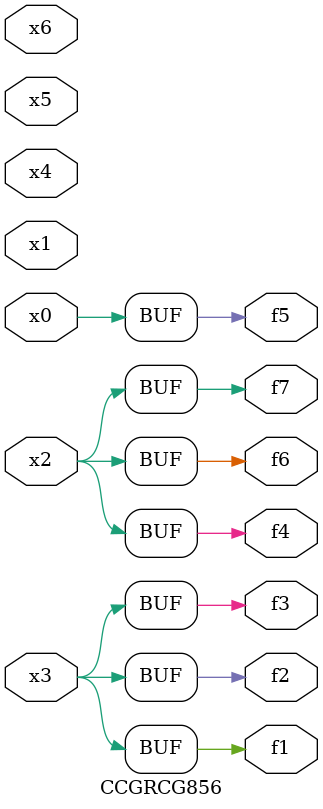
<source format=v>
module CCGRCG856(
	input x0, x1, x2, x3, x4, x5, x6,
	output f1, f2, f3, f4, f5, f6, f7
);
	assign f1 = x3;
	assign f2 = x3;
	assign f3 = x3;
	assign f4 = x2;
	assign f5 = x0;
	assign f6 = x2;
	assign f7 = x2;
endmodule

</source>
